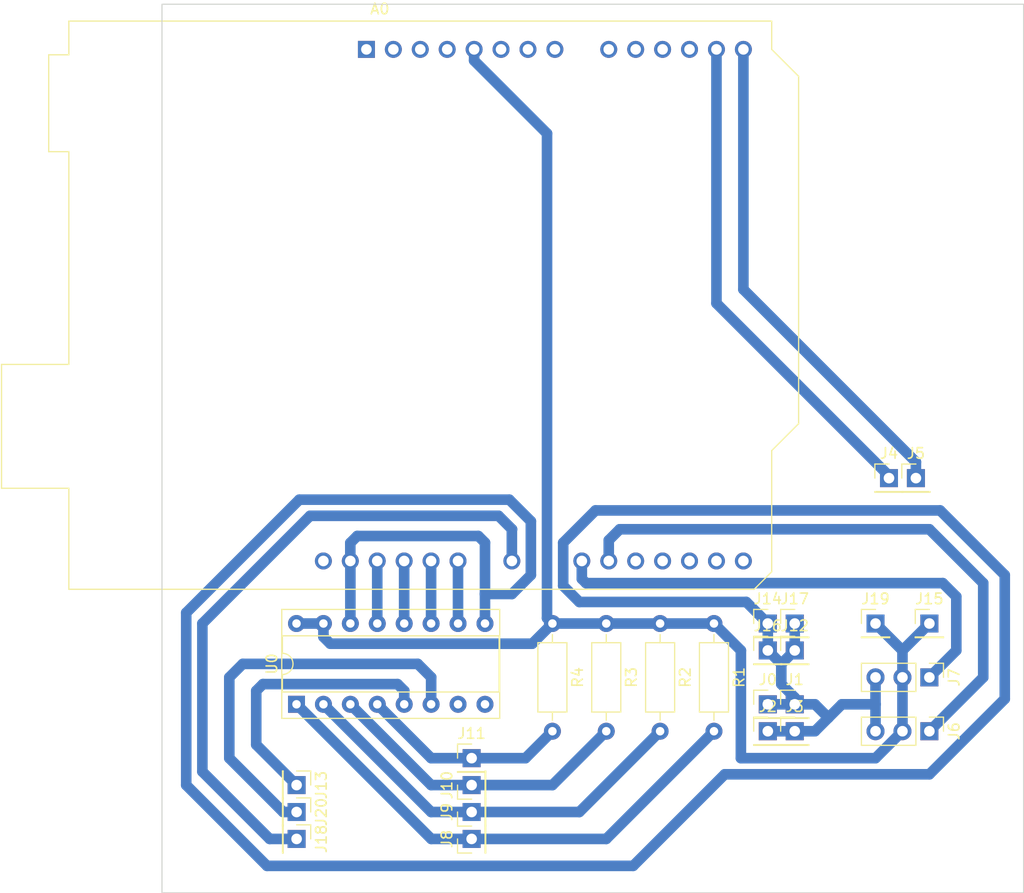
<source format=kicad_pcb>
(kicad_pcb (version 20211014) (generator pcbnew)
  (layers (0 "F.Cu" signal) (31 "B.Cu" signal) (34 "B.Paste" user) (35 "F.Paste" user) (36 "B.SilkS" user "B.Silkscreen") (37 "F.SilkS" user "F.Silkscreen") (38 "B.Mask" user) (39 "F.Mask" user) (44 "Edge.Cuts" user))
  (net 0 "")
  (net 5 "Net-(A0-Pad5)")
  (net 13 "Net-(A0-Pad13)")
  (net 14 "Net-(A0-Pad14)")
  (net 20 "Net-(A0-Pad20)")
  (net 21 "Net-(A0-Pad21)")
  (net 22 "Net-(A0-Pad23)")
  (net 23 "Net-(A0-Pad25)")
  (net 24 "Net-(A0-Pad26)")
  (net 25 "Net-(A0-Pad27)")
  (net 26 "Net-(A0-Pad28)")
  (net 27 "Net-(A0-Pad29)")
  (net 29 "Net-(J8-Pad1)")
  (net 30 "Net-(J9-Pad1)")
  (net 31 "Net-(J10-Pad1)")
  (net 32 "Net-(J11-Pad1)")
  (net 33 "Net-(J13-Pad1)")
  (net 34 "Net-(J20-Pad1)")
  (footprint "Connector_PinHeader_2.54mm:PinHeader_1x01_P2.54mm_Vertical" (layer "F.Cu") (at 177.8 114.3)
    (fp_text reference "J15" (at 0 -2.33) (layer "F.SilkS"))
    (fp_text value "Dspl Vcc")
    (fp_line (start -1.33 1.27) (end 1.33 1.27) (layer "F.SilkS") (width 0.12))
    (fp_line (start 1.33 1.27) (end 1.33 1.33) (layer "F.SilkS") (width 0.12))
    (fp_line (start -1.33 0) (end -1.33 -1.33) (layer "F.SilkS") (width 0.12))
    (fp_line (start -1.33 1.27) (end -1.33 1.33) (layer "F.SilkS") (width 0.12))
    (fp_line (start -1.33 -1.33) (end 0 -1.33) (layer "F.SilkS") (width 0.12))
    (fp_line (start -1.33 1.33) (end 1.33 1.33) (layer "F.SilkS") (width 0.12))
    (pad "1" thru_hole rect (at 0 0) (size 1.7 1.7) (drill 1) (layers *.Cu *.Mask) (net 5 "Net-(A0-Pad5)"))
  )
  (footprint "Connector_PinHeader_2.54mm:PinHeader_1x01_P2.54mm_Vertical" (layer "F.Cu") (at 162.56 121.92)
    (fp_text reference "J0" (at 0 -2.33) (layer "F.SilkS"))
    (fp_text value "LDR0")
    (fp_line (start -1.33 1.27) (end 1.33 1.27) (layer "F.SilkS") (width 0.12))
    (fp_line (start -1.33 1.33) (end 1.33 1.33) (layer "F.SilkS") (width 0.12))
    (fp_line (start 1.33 1.27) (end 1.33 1.33) (layer "F.SilkS") (width 0.12))
    (fp_line (start -1.33 -1.33) (end 0 -1.33) (layer "F.SilkS") (width 0.12))
    (fp_line (start -1.33 0) (end -1.33 -1.33) (layer "F.SilkS") (width 0.12))
    (fp_line (start -1.33 1.27) (end -1.33 1.33) (layer "F.SilkS") (width 0.12))
    (pad "1" thru_hole rect (at 0 0) (size 1.7 1.7) (drill 1) (layers *.Cu *.Mask) (net 27 "Net-(A0-Pad29)"))
  )
  (footprint "Connector_PinHeader_2.54mm:PinHeader_1x01_P2.54mm_Vertical" (layer "F.Cu") (at 165.1 121.92)
    (fp_text reference "J1" (at 0 -2.33) (layer "F.SilkS"))
    (fp_text value "LDR1")
    (fp_line (start -1.33 0) (end -1.33 -1.33) (layer "F.SilkS") (width 0.12))
    (fp_line (start -1.33 -1.33) (end 0 -1.33) (layer "F.SilkS") (width 0.12))
    (fp_line (start -1.33 1.27) (end -1.33 1.33) (layer "F.SilkS") (width 0.12))
    (fp_line (start -1.33 1.33) (end 1.33 1.33) (layer "F.SilkS") (width 0.12))
    (fp_line (start 1.33 1.27) (end 1.33 1.33) (layer "F.SilkS") (width 0.12))
    (fp_line (start -1.33 1.27) (end 1.33 1.27) (layer "F.SilkS") (width 0.12))
    (pad "1" thru_hole rect (at 0 0) (size 1.7 1.7) (drill 1) (layers *.Cu *.Mask) (net 27 "Net-(A0-Pad29)"))
  )
  (footprint "Resistor_THT:R_Axial_DIN0207_L6.3mm_D2.5mm_P10.16mm_Horizontal" (layer "F.Cu") (at 142.24 114.3 -90)
    (fp_text reference "R4" (at 5.08 -2.37 90) (layer "F.SilkS"))
    (fp_text value "10k")
    (fp_line (start 1.81 -1.37) (end 1.81 1.37) (layer "F.SilkS") (width 0.12))
    (fp_line (start 9.12 0) (end 8.35 0) (layer "F.SilkS") (width 0.12))
    (fp_line (start 8.35 1.37) (end 8.35 -1.37) (layer "F.SilkS") (width 0.12))
    (fp_line (start 8.35 -1.37) (end 1.81 -1.37) (layer "F.SilkS") (width 0.12))
    (fp_line (start 1.04 0) (end 1.81 0) (layer "F.SilkS") (width 0.12))
    (fp_line (start 1.81 1.37) (end 8.35 1.37) (layer "F.SilkS") (width 0.12))
    (pad "1" thru_hole circle (at 0 0 270) (size 1.6 1.6) (drill 0.8) (layers *.Cu *.Mask) (net 5 "Net-(A0-Pad5)"))
    (pad "2" thru_hole oval (at 10.16 0 270) (size 1.6 1.6) (drill 0.8) (layers *.Cu *.Mask) (net 32 "Net-(J11-Pad1)"))
  )
  (footprint "Resistor_THT:R_Axial_DIN0207_L6.3mm_D2.5mm_P10.16mm_Horizontal" (layer "F.Cu") (at 157.48 114.3 -90)
    (fp_text reference "R1" (at 5.08 -2.37 90) (layer "F.SilkS"))
    (fp_text value "10k")
    (fp_line (start 1.81 1.37) (end 8.35 1.37) (layer "F.SilkS") (width 0.12))
    (fp_line (start 9.12 0) (end 8.35 0) (layer "F.SilkS") (width 0.12))
    (fp_line (start 8.35 -1.37) (end 1.81 -1.37) (layer "F.SilkS") (width 0.12))
    (fp_line (start 1.81 -1.37) (end 1.81 1.37) (layer "F.SilkS") (width 0.12))
    (fp_line (start 1.04 0) (end 1.81 0) (layer "F.SilkS") (width 0.12))
    (fp_line (start 8.35 1.37) (end 8.35 -1.37) (layer "F.SilkS") (width 0.12))
    (pad "1" thru_hole circle (at 0 0 270) (size 1.6 1.6) (drill 0.8) (layers *.Cu *.Mask) (net 5 "Net-(A0-Pad5)"))
    (pad "2" thru_hole oval (at 10.16 0 270) (size 1.6 1.6) (drill 0.8) (layers *.Cu *.Mask) (net 29 "Net-(J8-Pad1)"))
  )
  (footprint "Connector_PinHeader_2.54mm:PinHeader_1x01_P2.54mm_Vertical" (layer "F.Cu") (at 172.72 114.3)
    (fp_text reference "J19" (at 0 -2.33) (layer "F.SilkS"))
    (fp_text value "Poti 5V")
    (fp_line (start 1.33 1.27) (end 1.33 1.33) (layer "F.SilkS") (width 0.12))
    (fp_line (start -1.33 1.27) (end 1.33 1.27) (layer "F.SilkS") (width 0.12))
    (fp_line (start -1.33 1.27) (end -1.33 1.33) (layer "F.SilkS") (width 0.12))
    (fp_line (start -1.33 0) (end -1.33 -1.33) (layer "F.SilkS") (width 0.12))
    (fp_line (start -1.33 -1.33) (end 0 -1.33) (layer "F.SilkS") (width 0.12))
    (fp_line (start -1.33 1.33) (end 1.33 1.33) (layer "F.SilkS") (width 0.12))
    (pad "1" thru_hole rect (at 0 0) (size 1.7 1.7) (drill 1) (layers *.Cu *.Mask) (net 5 "Net-(A0-Pad5)"))
  )
  (footprint "Connector_PinHeader_2.54mm:PinHeader_1x01_P2.54mm_Vertical" (layer "F.Cu") (at 134.62 129.54 90)
    (fp_text reference "J10" (at 0 -2.33 90) (layer "F.SilkS"))
    (fp_text value "LDR2")
    (fp_line (start -1.33 1.27) (end -1.33 1.33) (layer "F.SilkS") (width 0.12))
    (fp_line (start -1.33 -1.33) (end 0 -1.33) (layer "F.SilkS") (width 0.12))
    (fp_line (start 1.33 1.27) (end 1.33 1.33) (layer "F.SilkS") (width 0.12))
    (fp_line (start -1.33 0) (end -1.33 -1.33) (layer "F.SilkS") (width 0.12))
    (fp_line (start -1.33 1.27) (end 1.33 1.27) (layer "F.SilkS") (width 0.12))
    (fp_line (start -1.33 1.33) (end 1.33 1.33) (layer "F.SilkS") (width 0.12))
    (pad "1" thru_hole rect (at 0 0 90) (size 1.7 1.7) (drill 1) (layers *.Cu *.Mask) (net 31 "Net-(J10-Pad1)"))
  )
  (footprint "Connector_PinHeader_2.54mm:PinHeader_1x01_P2.54mm_Vertical" (layer "F.Cu") (at 165.1 124.46)
    (fp_text reference "J3" (at 0 -2.33) (layer "F.SilkS"))
    (fp_text value "LDR3")
    (fp_line (start -1.33 1.27) (end -1.33 1.33) (layer "F.SilkS") (width 0.12))
    (fp_line (start -1.33 1.33) (end 1.33 1.33) (layer "F.SilkS") (width 0.12))
    (fp_line (start -1.33 0) (end -1.33 -1.33) (layer "F.SilkS") (width 0.12))
    (fp_line (start -1.33 -1.33) (end 0 -1.33) (layer "F.SilkS") (width 0.12))
    (fp_line (start 1.33 1.27) (end 1.33 1.33) (layer "F.SilkS") (width 0.12))
    (fp_line (start -1.33 1.27) (end 1.33 1.27) (layer "F.SilkS") (width 0.12))
    (pad "1" thru_hole rect (at 0 0) (size 1.7 1.7) (drill 1) (layers *.Cu *.Mask) (net 27 "Net-(A0-Pad29)"))
  )
  (footprint "Package_DIP:DIP-16_W7.62mm_Socket" (layer "F.Cu") (at 118.1 121.92 90)
    (fp_text reference "U0" (at 3.81 -2.33 90) (layer "F.SilkS"))
    (fp_text value "MCP3008")
    (fp_line (start 2.81 -1.33) (end 1.16 -1.33) (layer "F.SilkS") (width 0.12))
    (fp_line (start -1.33 -1.39) (end -1.33 19.17) (layer "F.SilkS") (width 0.12))
    (fp_line (start 6.46 -1.33) (end 4.81 -1.33) (layer "F.SilkS") (width 0.12))
    (fp_line (start 8.95 19.17) (end 8.95 -1.39) (layer "F.SilkS") (width 0.12))
    (fp_line (start 8.95 -1.39) (end -1.33 -1.39) (layer "F.SilkS") (width 0.12))
    (fp_line (start -1.33 19.17) (end 8.95 19.17) (layer "F.SilkS") (width 0.12))
    (fp_line (start 1.16 -1.33) (end 1.16 19.11) (layer "F.SilkS") (width 0.12))
    (fp_line (start 6.46 19.11) (end 6.46 -1.33) (layer "F.SilkS") (width 0.12))
    (fp_line (start 1.16 19.11) (end 6.46 19.11) (layer "F.SilkS") (width 0.12))
    (fp_arc (start 4.81 -1.33) (mid 3.81 -0.33) (end 2.81 -1.33) (layer "F.SilkS") (width 0.12))
    (pad "1" thru_hole rect (at 0 0 90) (size 1.6 1.6) (drill 0.8) (layers *.Cu *.Mask) (net 29 "Net-(J8-Pad1)"))
    (pad "2" thru_hole oval (at 0 2.54 90) (size 1.6 1.6) (drill 0.8) (layers *.Cu *.Mask) (net 30 "Net-(J9-Pad1)"))
    (pad "3" thru_hole oval (at 0 5.08 90) (size 1.6 1.6) (drill 0.8) (layers *.Cu *.Mask) (net 31 "Net-(J10-Pad1)"))
    (pad "4" thru_hole oval (at 0 7.62 90) (size 1.6 1.6) (drill 0.8) (layers *.Cu *.Mask) (net 32 "Net-(J11-Pad1)"))
    (pad "5" thru_hole oval (at 0 10.16 90) (size 1.6 1.6) (drill 0.8) (layers *.Cu *.Mask) (net 33 "Net-(J13-Pad1)"))
    (pad "6" thru_hole oval (at 0 12.7 90) (size 1.6 1.6) (drill 0.8) (layers *.Cu *.Mask) (net 34 "Net-(J20-Pad1)"))
    (pad "7" thru_hole oval (at 0 15.24 90) (size 1.6 1.6) (drill 0.8) (layers *.Cu *.Mask))
    (pad "8" thru_hole oval (at 0 17.78 90) (size 1.6 1.6) (drill 0.8) (layers *.Cu *.Mask))
    (pad "9" thru_hole oval (at 7.62 17.78 90) (size 1.6 1.6) (drill 0.8) (layers *.Cu *.Mask) (net 27 "Net-(A0-Pad29)"))
    (pad "10" thru_hole oval (at 7.62 15.24 90) (size 1.6 1.6) (drill 0.8) (layers *.Cu *.Mask) (net 23 "Net-(A0-Pad25)"))
    (pad "11" thru_hole oval (at 7.62 12.7 90) (size 1.6 1.6) (drill 0.8) (layers *.Cu *.Mask) (net 24 "Net-(A0-Pad26)"))
    (pad "12" thru_hole oval (at 7.62 10.16 90) (size 1.6 1.6) (drill 0.8) (layers *.Cu *.Mask) (net 25 "Net-(A0-Pad27)"))
    (pad "13" thru_hole oval (at 7.62 7.62 90) (size 1.6 1.6) (drill 0.8) (layers *.Cu *.Mask) (net 26 "Net-(A0-Pad28)"))
    (pad "14" thru_hole oval (at 7.62 5.08 90) (size 1.6 1.6) (drill 0.8) (layers *.Cu *.Mask) (net 27 "Net-(A0-Pad29)"))
    (pad "15" thru_hole oval (at 7.62 2.54 90) (size 1.6 1.6) (drill 0.8) (layers *.Cu *.Mask) (net 5 "Net-(A0-Pad5)"))
    (pad "16" thru_hole oval (at 7.62 0 90) (size 1.6 1.6) (drill 0.8) (layers *.Cu *.Mask) (net 5 "Net-(A0-Pad5)"))
  )
  (footprint "Connector_PinHeader_2.54mm:PinHeader_1x01_P2.54mm_Vertical" (layer "F.Cu") (at 118.11 134.62 -90)
    (fp_text reference "J18" (at 0 -2.33 90) (layer "F.SilkS"))
    (fp_text value "Mode Button")
    (fp_line (start -1.33 0) (end -1.33 -1.33) (layer "F.SilkS") (width 0.12))
    (fp_line (start -1.33 -1.33) (end 0 -1.33) (layer "F.SilkS") (width 0.12))
    (fp_line (start -1.33 1.27) (end 1.33 1.27) (layer "F.SilkS") (width 0.12))
    (fp_line (start -1.33 1.33) (end 1.33 1.33) (layer "F.SilkS") (width 0.12))
    (fp_line (start -1.33 1.27) (end -1.33 1.33) (layer "F.SilkS") (width 0.12))
    (fp_line (start 1.33 1.27) (end 1.33 1.33) (layer "F.SilkS") (width 0.12))
    (pad "1" thru_hole rect (at 0 0 270) (size 1.7 1.7) (drill 1) (layers *.Cu *.Mask) (net 22 "Net-(A0-Pad23)"))
  )
  (footprint "Connector_PinHeader_2.54mm:PinHeader_1x01_P2.54mm_Vertical" (layer "F.Cu") (at 173.99 100.584)
    (fp_text reference "J4" (at 0 -2.33) (layer "F.SilkS"))
    (fp_text value "Dspl SDA")
    (fp_line (start -1.33 1.27) (end -1.33 1.33) (layer "F.SilkS") (width 0.12))
    (fp_line (start -1.33 0) (end -1.33 -1.33) (layer "F.SilkS") (width 0.12))
    (fp_line (start -1.33 1.33) (end 1.33 1.33) (layer "F.SilkS") (width 0.12))
    (fp_line (start -1.33 -1.33) (end 0 -1.33) (layer "F.SilkS") (width 0.12))
    (fp_line (start 1.33 1.27) (end 1.33 1.33) (layer "F.SilkS") (width 0.12))
    (fp_line (start -1.33 1.27) (end 1.33 1.27) (layer "F.SilkS") (width 0.12))
    (pad "1" thru_hole rect (at 0 0) (size 1.7 1.7) (drill 1) (layers *.Cu *.Mask) (net 13 "Net-(A0-Pad13)"))
  )
  (footprint "Connector_PinHeader_2.54mm:PinHeader_1x03_P2.54mm_Vertical" (layer "F.Cu") (at 177.8 124.46 -90)
    (fp_text reference "J6" (at 0 -2.33 90) (layer "F.SilkS"))
    (fp_text value "Srv0")
    (fp_line (start -1.33 0) (end -1.33 -1.33) (layer "F.SilkS") (width 0.12))
    (fp_line (start -1.33 1.27) (end -1.33 6.41) (layer "F.SilkS") (width 0.12))
    (fp_line (start -1.33 6.41) (end 1.33 6.41) (layer "F.SilkS") (width 0.12))
    (fp_line (start 1.33 1.27) (end 1.33 6.41) (layer "F.SilkS") (width 0.12))
    (fp_line (start -1.33 1.27) (end 1.33 1.27) (layer "F.SilkS") (width 0.12))
    (fp_line (start -1.33 -1.33) (end 0 -1.33) (layer "F.SilkS") (width 0.12))
    (pad "1" thru_hole rect (at 0 0 270) (size 1.7 1.7) (drill 1) (layers *.Cu *.Mask) (net 20 "Net-(A0-Pad20)"))
    (pad "2" thru_hole oval (at 0 2.54 270) (size 1.7 1.7) (drill 1) (layers *.Cu *.Mask) (net 5 "Net-(A0-Pad5)"))
    (pad "3" thru_hole oval (at 0 5.08 270) (size 1.7 1.7) (drill 1) (layers *.Cu *.Mask) (net 27 "Net-(A0-Pad29)"))
  )
  (footprint "Resistor_THT:R_Axial_DIN0207_L6.3mm_D2.5mm_P10.16mm_Horizontal" (layer "F.Cu") (at 147.32 114.3 -90)
    (fp_text reference "R3" (at 5.08 -2.37 90) (layer "F.SilkS"))
    (fp_text value "10k")
    (fp_line (start 9.12 0) (end 8.35 0) (layer "F.SilkS") (width 0.12))
    (fp_line (start 1.81 1.37) (end 8.35 1.37) (layer "F.SilkS") (width 0.12))
    (fp_line (start 1.81 -1.37) (end 1.81 1.37) (layer "F.SilkS") (width 0.12))
    (fp_line (start 8.35 1.37) (end 8.35 -1.37) (layer "F.SilkS") (width 0.12))
    (fp_line (start 1.04 0) (end 1.81 0) (layer "F.SilkS") (width 0.12))
    (fp_line (start 8.35 -1.37) (end 1.81 -1.37) (layer "F.SilkS") (width 0.12))
    (pad "1" thru_hole circle (at 0 0 270) (size 1.6 1.6) (drill 0.8) (layers *.Cu *.Mask) (net 5 "Net-(A0-Pad5)"))
    (pad "2" thru_hole oval (at 10.16 0 270) (size 1.6 1.6) (drill 0.8) (layers *.Cu *.Mask) (net 31 "Net-(J10-Pad1)"))
  )
  (footprint "Module:Arduino_UNO_R2" (layer "F.Cu") (at 124.695 60.14)
    (fp_text reference "A0" (at 1.27 -3.81 180) (layer "F.SilkS"))
    (fp_text value "Arduino_UNO_R2")
    (fp_line (start -34.42 29.72) (end -34.42 41.4) (layer "F.SilkS") (width 0.12))
    (fp_line (start -29.97 0.51) (end -29.97 9.65) (layer "F.SilkS") (width 0.12))
    (fp_line (start 38.23 -2.67) (end -28.07 -2.67) (layer "F.SilkS") (width 0.12))
    (fp_line (start 40.77 2.54) (end 38.23 0) (layer "F.SilkS") (width 0.12))
    (fp_line (start -28.07 9.65) (end -28.07 29.72) (layer "F.SilkS") (width 0.12))
    (fp_line (start -34.42 41.4) (end -28.07 41.4) (layer "F.SilkS") (width 0.12))
    (fp_line (start -28.07 -2.67) (end -28.07 0.51) (layer "F.SilkS") (width 0.12))
    (fp_line (start 38.23 0) (end 38.23 -2.67) (layer "F.SilkS") (width 0.12))
    (fp_line (start 38.23 37.85) (end 40.77 35.31) (layer "F.SilkS") (width 0.12))
    (fp_line (start -28.07 29.72) (end -34.42 29.72) (layer "F.SilkS") (width 0.12))
    (fp_line (start 40.77 35.31) (end 40.77 2.54) (layer "F.SilkS") (width 0.12))
    (fp_line (start -28.07 50.93) (end 36.58 50.93) (layer "F.SilkS") (width 0.12))
    (fp_line (start 38.23 49.28) (end 38.23 37.85) (layer "F.SilkS") (width 0.12))
    (fp_line (start -29.97 9.65) (end -28.07 9.65) (layer "F.SilkS") (width 0.12))
    (fp_line (start -28.07 41.4) (end -28.07 50.93) (layer "F.SilkS") (width 0.12))
    (fp_line (start 36.58 50.93) (end 38.23 49.28) (layer "F.SilkS") (width 0.12))
    (fp_line (start -28.07 0.51) (end -29.97 0.51) (layer "F.SilkS") (width 0.12))
    (pad "1" thru_hole rect (at 0 0 90) (size 1.6 1.6) (drill 1) (layers *.Cu *.Mask))
    (pad "2" thru_hole oval (at 2.54 0 90) (size 1.6 1.6) (drill 1) (layers *.Cu *.Mask))
    (pad "3" thru_hole oval (at 5.08 0 90) (size 1.6 1.6) (drill 1) (layers *.Cu *.Mask))
    (pad "4" thru_hole oval (at 7.62 0 90) (size 1.6 1.6) (drill 1) (layers *.Cu *.Mask))
    (pad "5" thru_hole oval (at 10.16 0 90) (size 1.6 1.6) (drill 1) (layers *.Cu *.Mask) (net 5 "Net-(A0-Pad5)"))
    (pad "6" thru_hole oval (at 12.7 0 90) (size 1.6 1.6) (drill 1) (layers *.Cu *.Mask))
    (pad "7" thru_hole oval (at 15.24 0 90) (size 1.6 1.6) (drill 1) (layers *.Cu *.Mask))
    (pad "8" thru_hole oval (at 17.78 0 90) (size 1.6 1.6) (drill 1) (layers *.Cu *.Mask))
    (pad "9" thru_hole oval (at 22.86 0 90) (size 1.6 1.6) (drill 1) (layers *.Cu *.Mask))
    (pad "10" thru_hole oval (at 25.4 0 90) (size 1.6 1.6) (drill 1) (layers *.Cu *.Mask))
    (pad "11" thru_hole oval (at 27.94 0 90) (size 1.6 1.6) (drill 1) (layers *.Cu *.Mask))
    (pad "12" thru_hole oval (at 30.48 0 90) (size 1.6 1.6) (drill 1) (layers *.Cu *.Mask))
    (pad "13" thru_hole oval (at 33.02 0 90) (size 1.6 1.6) (drill 1) (layers *.Cu *.Mask) (net 13 "Net-(A0-Pad13)"))
    (pad "14" thru_hole oval (at 35.56 0 90) (size 1.6 1.6) (drill 1) (layers *.Cu *.Mask) (net 14 "Net-(A0-Pad14)"))
    (pad "15" thru_hole oval (at 35.56 48.26 90) (size 1.6 1.6) (drill 1) (layers *.Cu *.Mask))
    (pad "16" thru_hole oval (at 33.02 48.26 90) (size 1.6 1.6) (drill 1) (layers *.Cu *.Mask))
    (pad "17" thru_hole oval (at 30.48 48.26 90) (size 1.6 1.6) (drill 1) (layers *.Cu *.Mask))
    (pad "18" thru_hole oval (at 27.94 48.26 90) (size 1.6 1.6) (drill 1) (layers *.Cu *.Mask))
    (pad "19" thru_hole oval (at 25.4 48.26 90) (size 1.6 1.6) (drill 1) (layers *.Cu *.Mask))
    (pad "20" thru_hole oval (at 22.86 48.26 90) (size 1.6 1.6) (drill 1) (layers *.Cu *.Mask) (net 20 "Net-(A0-Pad20)"))
    (pad "21" thru_hole oval (at 20.32 48.26 90) (size 1.6 1.6) (drill 1) (layers *.Cu *.Mask) (net 21 "Net-(A0-Pad21)"))
    (pad "23" thru_hole oval (at 13.72 48.26 90) (size 1.6 1.6) (drill 1) (layers *.Cu *.Mask) (net 22 "Net-(A0-Pad23)"))
    (pad "25" thru_hole oval (at 8.64 48.26 90) (size 1.6 1.6) (drill 1) (layers *.Cu *.Mask) (net 23 "Net-(A0-Pad25)"))
    (pad "26" thru_hole oval (at 6.1 48.26 90) (size 1.6 1.6) (drill 1) (layers *.Cu *.Mask) (net 24 "Net-(A0-Pad26)"))
    (pad "27" thru_hole oval (at 3.56 48.26 90) (size 1.6 1.6) (drill 1) (layers *.Cu *.Mask) (net 25 "Net-(A0-Pad27)"))
    (pad "28" thru_hole oval (at 1.02 48.26 90) (size 1.6 1.6) (drill 1) (layers *.Cu *.Mask) (net 26 "Net-(A0-Pad28)"))
    (pad "29" thru_hole oval (at -1.52 48.26 90) (size 1.6 1.6) (drill 1) (layers *.Cu *.Mask) (net 27 "Net-(A0-Pad29)"))
    (pad "30" thru_hole oval (at -4.06 48.26 90) (size 1.6 1.6) (drill 1) (layers *.Cu *.Mask))
  )
  (footprint "Connector_PinHeader_2.54mm:PinHeader_1x01_P2.54mm_Vertical" (layer "F.Cu") (at 134.62 127)
    (fp_text reference "J11" (at 0 -2.33) (layer "F.SilkS"))
    (fp_text value "LDR3")
    (fp_line (start -1.33 1.27) (end 1.33 1.27) (layer "F.SilkS") (width 0.12))
    (fp_line (start 1.33 1.27) (end 1.33 1.33) (layer "F.SilkS") (width 0.12))
    (fp_line (start -1.33 1.33) (end 1.33 1.33) (layer "F.SilkS") (width 0.12))
    (fp_line (start -1.33 0) (end -1.33 -1.33) (layer "F.SilkS") (width 0.12))
    (fp_line (start -1.33 -1.33) (end 0 -1.33) (layer "F.SilkS") (width 0.12))
    (fp_line (start -1.33 1.27) (end -1.33 1.33) (layer "F.SilkS") (width 0.12))
    (pad "1" thru_hole rect (at 0 0) (size 1.7 1.7) (drill 1) (layers *.Cu *.Mask) (net 32 "Net-(J11-Pad1)"))
  )
  (footprint "Connector_PinHeader_2.54mm:PinHeader_1x01_P2.54mm_Vertical" (layer "F.Cu") (at 118.11 129.54 -90)
    (fp_text reference "J13" (at 0 -2.33 90) (layer "F.SilkS"))
    (fp_text value "V_solar")
    (fp_line (start 1.33 1.27) (end 1.33 1.33) (layer "F.SilkS") (width 0.12))
    (fp_line (start -1.33 1.33) (end 1.33 1.33) (layer "F.SilkS") (width 0.12))
    (fp_line (start -1.33 0) (end -1.33 -1.33) (layer "F.SilkS") (width 0.12))
    (fp_line (start -1.33 1.27) (end 1.33 1.27) (layer "F.SilkS") (width 0.12))
    (fp_line (start -1.33 -1.33) (end 0 -1.33) (layer "F.SilkS") (width 0.12))
    (fp_line (start -1.33 1.27) (end -1.33 1.33) (layer "F.SilkS") (width 0.12))
    (pad "1" thru_hole rect (at 0 0 270) (size 1.7 1.7) (drill 1) (layers *.Cu *.Mask) (net 33 "Net-(J13-Pad1)"))
  )
  (footprint "Connector_PinHeader_2.54mm:PinHeader_1x01_P2.54mm_Vertical" (layer "F.Cu") (at 134.62 134.62 90)
    (fp_text reference "J8" (at 0 -2.33 90) (layer "F.SilkS"))
    (fp_text value "LDR0")
    (fp_line (start -1.33 0) (end -1.33 -1.33) (layer "F.SilkS") (width 0.12))
    (fp_line (start -1.33 -1.33) (end 0 -1.33) (layer "F.SilkS") (width 0.12))
    (fp_line (start -1.33 1.27) (end -1.33 1.33) (layer "F.SilkS") (width 0.12))
    (fp_line (start -1.33 1.27) (end 1.33 1.27) (layer "F.SilkS") (width 0.12))
    (fp_line (start -1.33 1.33) (end 1.33 1.33) (layer "F.SilkS") (width 0.12))
    (fp_line (start 1.33 1.27) (end 1.33 1.33) (layer "F.SilkS") (width 0.12))
    (pad "1" thru_hole rect (at 0 0 90) (size 1.7 1.7) (drill 1) (layers *.Cu *.Mask) (net 29 "Net-(J8-Pad1)"))
  )
  (footprint "Connector_PinHeader_2.54mm:PinHeader_1x01_P2.54mm_Vertical" (layer "F.Cu") (at 162.56 124.46)
    (fp_text reference "J2" (at 0 -2.33) (layer "F.SilkS"))
    (fp_text value "LDR2")
    (fp_line (start -1.33 -1.33) (end 0 -1.33) (layer "F.SilkS") (width 0.12))
    (fp_line (start -1.33 1.27) (end -1.33 1.33) (layer "F.SilkS") (width 0.12))
    (fp_line (start 1.33 1.27) (end 1.33 1.33) (layer "F.SilkS") (width 0.12))
    (fp_line (start -1.33 1.27) (end 1.33 1.27) (layer "F.SilkS") (width 0.12))
    (fp_line (start -1.33 1.33) (end 1.33 1.33) (layer "F.SilkS") (width 0.12))
    (fp_line (start -1.33 0) (end -1.33 -1.33) (layer "F.SilkS") (width 0.12))
    (pad "1" thru_hole rect (at 0 0) (size 1.7 1.7) (drill 1) (layers *.Cu *.Mask) (net 27 "Net-(A0-Pad29)"))
  )
  (footprint "Connector_PinHeader_2.54mm:PinHeader_1x01_P2.54mm_Vertical" (layer "F.Cu") (at 165.1 114.3)
    (fp_text reference "J17" (at 0 -2.33) (layer "F.SilkS"))
    (fp_text value "Poti GND")
    (fp_line (start -1.33 1.27) (end -1.33 1.33) (layer "F.SilkS") (width 0.12))
    (fp_line (start -1.33 -1.33) (end 0 -1.33) (layer "F.SilkS") (width 0.12))
    (fp_line (start -1.33 0) (end -1.33 -1.33) (layer "F.SilkS") (width 0.12))
    (fp_line (start -1.33 1.33) (end 1.33 1.33) (layer "F.SilkS") (width 0.12))
    (fp_line (start 1.33 1.27) (end 1.33 1.33) (layer "F.SilkS") (width 0.12))
    (fp_line (start -1.33 1.27) (end 1.33 1.27) (layer "F.SilkS") (width 0.12))
    (pad "1" thru_hole rect (at 0 0) (size 1.7 1.7) (drill 1) (layers *.Cu *.Mask) (net 27 "Net-(A0-Pad29)"))
  )
  (footprint "Resistor_THT:R_Axial_DIN0207_L6.3mm_D2.5mm_P10.16mm_Horizontal" (layer "F.Cu") (at 152.4 114.3 -90)
    (fp_text reference "R2" (at 5.08 -2.37 90) (layer "F.SilkS"))
    (fp_text value "10k")
    (fp_line (start 9.12 0) (end 8.35 0) (layer "F.SilkS") (width 0.12))
    (fp_line (start 1.81 -1.37) (end 1.81 1.37) (layer "F.SilkS") (width 0.12))
    (fp_line (start 1.81 1.37) (end 8.35 1.37) (layer "F.SilkS") (width 0.12))
    (fp_line (start 8.35 1.37) (end 8.35 -1.37) (layer "F.SilkS") (width 0.12))
    (fp_line (start 1.04 0) (end 1.81 0) (layer "F.SilkS") (width 0.12))
    (fp_line (start 8.35 -1.37) (end 1.81 -1.37) (layer "F.SilkS") (width 0.12))
    (pad "1" thru_hole circle (at 0 0 270) (size 1.6 1.6) (drill 0.8) (layers *.Cu *.Mask) (net 5 "Net-(A0-Pad5)"))
    (pad "2" thru_hole oval (at 10.16 0 270) (size 1.6 1.6) (drill 0.8) (layers *.Cu *.Mask) (net 30 "Net-(J9-Pad1)"))
  )
  (footprint "Connector_PinHeader_2.54mm:PinHeader_1x01_P2.54mm_Vertical" (layer "F.Cu") (at 118.11 132.08 -90)
    (fp_text reference "J20" (at 0 -2.33 90) (layer "F.SilkS"))
    (fp_text value "Poti")
    (fp_line (start -1.33 1.27) (end 1.33 1.27) (layer "F.SilkS") (width 0.12))
    (fp_line (start -1.33 0) (end -1.33 -1.33) (layer "F.SilkS") (width 0.12))
    (fp_line (start -1.33 1.27) (end -1.33 1.33) (layer "F.SilkS") (width 0.12))
    (fp_line (start 1.33 1.27) (end 1.33 1.33) (layer "F.SilkS") (width 0.12))
    (fp_line (start -1.33 1.33) (end 1.33 1.33) (layer "F.SilkS") (width 0.12))
    (fp_line (start -1.33 -1.33) (end 0 -1.33) (layer "F.SilkS") (width 0.12))
    (pad "1" thru_hole rect (at 0 0 270) (size 1.7 1.7) (drill 1) (layers *.Cu *.Mask) (net 34 "Net-(J20-Pad1)"))
  )
  (footprint "Connector_PinHeader_2.54mm:PinHeader_1x01_P2.54mm_Vertical" (layer "F.Cu") (at 162.56 116.84)
    (fp_text reference "J16" (at 0 -2.33) (layer "F.SilkS"))
    (fp_text value "Mode Button GND")
    (fp_line (start -1.33 1.33) (end 1.33 1.33) (layer "F.SilkS") (width 0.12))
    (fp_line (start -1.33 1.27) (end -1.33 1.33) (layer "F.SilkS") (width 0.12))
    (fp_line (start -1.33 -1.33) (end 0 -1.33) (layer "F.SilkS") (width 0.12))
    (fp_line (start -1.33 1.27) (end 1.33 1.27) (layer "F.SilkS") (width 0.12))
    (fp_line (start 1.33 1.27) (end 1.33 1.33) (layer "F.SilkS") (width 0.12))
    (fp_line (start -1.33 0) (end -1.33 -1.33) (layer "F.SilkS") (width 0.12))
    (pad "1" thru_hole rect (at 0 0) (size 1.7 1.7) (drill 1) (layers *.Cu *.Mask) (net 27 "Net-(A0-Pad29)"))
  )
  (footprint "Connector_PinHeader_2.54mm:PinHeader_1x03_P2.54mm_Vertical" (layer "F.Cu") (at 177.8 119.38 -90)
    (fp_text reference "J7" (at 0 -2.33 90) (layer "F.SilkS"))
    (fp_text value "Srv1")
    (fp_line (start -1.33 0) (end -1.33 -1.33) (layer "F.SilkS") (width 0.12))
    (fp_line (start -1.33 1.27) (end -1.33 6.41) (layer "F.SilkS") (width 0.12))
    (fp_line (start -1.33 1.27) (end 1.33 1.27) (layer "F.SilkS") (width 0.12))
    (fp_line (start 1.33 1.27) (end 1.33 6.41) (layer "F.SilkS") (width 0.12))
    (fp_line (start -1.33 6.41) (end 1.33 6.41) (layer "F.SilkS") (width 0.12))
    (fp_line (start -1.33 -1.33) (end 0 -1.33) (layer "F.SilkS") (width 0.12))
    (pad "1" thru_hole rect (at 0 0 270) (size 1.7 1.7) (drill 1) (layers *.Cu *.Mask) (net 21 "Net-(A0-Pad21)"))
    (pad "2" thru_hole oval (at 0 2.54 270) (size 1.7 1.7) (drill 1) (layers *.Cu *.Mask) (net 5 "Net-(A0-Pad5)"))
    (pad "3" thru_hole oval (at 0 5.08 270) (size 1.7 1.7) (drill 1) (layers *.Cu *.Mask) (net 27 "Net-(A0-Pad29)"))
  )
  (footprint "Connector_PinHeader_2.54mm:PinHeader_1x01_P2.54mm_Vertical" (layer "F.Cu") (at 134.62 132.08 90)
    (fp_text reference "J9" (at 0 -2.33 90) (layer "F.SilkS"))
    (fp_text value "LDR1")
    (fp_line (start -1.33 0) (end -1.33 -1.33) (layer "F.SilkS") (width 0.12))
    (fp_line (start -1.33 -1.33) (end 0 -1.33) (layer "F.SilkS") (width 0.12))
    (fp_line (start 1.33 1.27) (end 1.33 1.33) (layer "F.SilkS") (width 0.12))
    (fp_line (start -1.33 1.27) (end -1.33 1.33) (layer "F.SilkS") (width 0.12))
    (fp_line (start -1.33 1.27) (end 1.33 1.27) (layer "F.SilkS") (width 0.12))
    (fp_line (start -1.33 1.33) (end 1.33 1.33) (layer "F.SilkS") (width 0.12))
    (pad "1" thru_hole rect (at 0 0 90) (size 1.7 1.7) (drill 1) (layers *.Cu *.Mask) (net 30 "Net-(J9-Pad1)"))
  )
  (footprint "Connector_PinHeader_2.54mm:PinHeader_1x01_P2.54mm_Vertical" (layer "F.Cu") (at 162.56 114.3)
    (fp_text reference "J14" (at 0 -2.33) (layer "F.SilkS"))
    (fp_text value "Dspl GND")
    (fp_line (start 1.33 1.27) (end 1.33 1.33) (layer "F.SilkS") (width 0.12))
    (fp_line (start -1.33 -1.33) (end 0 -1.33) (layer "F.SilkS") (width 0.12))
    (fp_line (start -1.33 1.33) (end 1.33 1.33) (layer "F.SilkS") (width 0.12))
    (fp_line (start -1.33 0) (end -1.33 -1.33) (layer "F.SilkS") (width 0.12))
    (fp_line (start -1.33 1.27) (end -1.33 1.33) (layer "F.SilkS") (width 0.12))
    (fp_line (start -1.33 1.27) (end 1.33 1.27) (layer "F.SilkS") (width 0.12))
    (pad "1" thru_hole rect (at 0 0) (size 1.7 1.7) (drill 1) (layers *.Cu *.Mask) (net 27 "Net-(A0-Pad29)"))
  )
  (footprint "Connector_PinHeader_2.54mm:PinHeader_1x01_P2.54mm_Vertical" (layer "F.Cu") (at 165.1 116.84)
    (fp_text reference "J12" (at 0 -2.33) (layer "F.SilkS"))
    (fp_text value "V_solar")
    (fp_line (start -1.33 1.33) (end 1.33 1.33) (layer "F.SilkS") (width 0.12))
    (fp_line (start -1.33 1.27) (end 1.33 1.27) (layer "F.SilkS") (width 0.12))
    (fp_line (start 1.33 1.27) (end 1.33 1.33) (layer "F.SilkS") (width 0.12))
    (fp_line (start -1.33 -1.33) (end 0 -1.33) (layer "F.SilkS") (width 0.12))
    (fp_line (start -1.33 1.27) (end -1.33 1.33) (layer "F.SilkS") (width 0.12))
    (fp_line (start -1.33 0) (end -1.33 -1.33) (layer "F.SilkS") (width 0.12))
    (pad "1" thru_hole rect (at 0 0) (size 1.7 1.7) (drill 1) (layers *.Cu *.Mask) (net 27 "Net-(A0-Pad29)"))
  )
  (footprint "Connector_PinHeader_2.54mm:PinHeader_1x01_P2.54mm_Vertical" (layer "F.Cu") (at 176.53 100.584)
    (fp_text reference "J5" (at 0 -2.33) (layer "F.SilkS"))
    (fp_text value "Dspl SCL")
    (fp_line (start -1.33 -1.33) (end 0 -1.33) (layer "F.SilkS") (width 0.12))
    (fp_line (start -1.33 1.27) (end 1.33 1.27) (layer "F.SilkS") (width 0.12))
    (fp_line (start -1.33 1.27) (end -1.33 1.33) (layer "F.SilkS") (width 0.12))
    (fp_line (start -1.33 1.33) (end 1.33 1.33) (layer "F.SilkS") (width 0.12))
    (fp_line (start -1.33 0) (end -1.33 -1.33) (layer "F.SilkS") (width 0.12))
    (fp_line (start 1.33 1.27) (end 1.33 1.33) (layer "F.SilkS") (width 0.12))
    (pad "1" thru_hole rect (at 0 0) (size 1.7 1.7) (drill 1) (layers *.Cu *.Mask) (net 14 "Net-(A0-Pad14)"))
  )
  (gr_rect (start 105.41 139.7) (end 186.69 55.88) (layer "Edge.Cuts") (width 0.1) (fill none))
  (segment (start 175.26 119.38) (end 175.26 124.46) (width 1) (layer "B.Cu") (net 5))
  (segment (start 157.48 114.3) (end 160.02 116.84) (width 1) (layer "B.Cu") (net 5))
  (segment (start 121.285 116.205) (end 140.335 116.205) (width 1) (layer "B.Cu") (net 5))
  (segment (start 147.32 114.3) (end 152.4 114.3) (width 1) (layer "B.Cu") (net 5))
  (segment (start 177.8 114.3) (end 175.26 116.84) (width 1) (layer "B.Cu") (net 5))
  (segment (start 118.1 114.3) (end 120.64 114.3) (width 1) (layer "B.Cu") (net 5))
  (segment (start 160.02 127) (end 172.72 127) (width 1) (layer "B.Cu") (net 5))
  (segment (start 175.26 116.84) (end 175.26 119.38) (width 1) (layer "B.Cu") (net 5))
  (segment (start 120.64 115.56) (end 121.285 116.205) (width 1) (layer "B.Cu") (net 5))
  (segment (start 172.72 127) (end 175.26 124.46) (width 1) (layer "B.Cu") (net 5))
  (segment (start 120.64 114.3) (end 120.64 115.56) (width 1) (layer "B.Cu") (net 5))
  (segment (start 160.02 116.84) (end 160.02 127) (width 1) (layer "B.Cu") (net 5))
  (segment (start 140.335 116.205) (end 142.24 114.3) (width 1) (layer "B.Cu") (net 5))
  (segment (start 172.72 114.3) (end 175.26 116.84) (width 1) (layer "B.Cu") (net 5))
  (segment (start 141.732 68.072) (end 141.732 113.792) (width 1) (layer "B.Cu") (net 5))
  (segment (start 134.855 61.195) (end 141.732 68.072) (width 1) (layer "B.Cu") (net 5))
  (segment (start 134.855 60.14) (end 134.855 61.195) (width 1) (layer "B.Cu") (net 5))
  (segment (start 152.4 114.3) (end 157.48 114.3) (width 1) (layer "B.Cu") (net 5))
  (segment (start 142.24 114.3) (end 147.32 114.3) (width 1) (layer "B.Cu") (net 5))
  (segment (start 141.732 113.792) (end 142.24 114.3) (width 1) (layer "B.Cu") (net 5))
  (segment (start 173.99 100.584) (end 173.99 100.368) (width 1) (layer "B.Cu") (net 13))
  (segment (start 173.99 100.368) (end 157.715 84.093) (width 1) (layer "B.Cu") (net 13))
  (segment (start 157.715 60.14) (end 157.715 84.093) (width 1) (layer "B.Cu") (net 13))
  (segment (start 160.255 82.785) (end 160.255 60.14) (width 1) (layer "B.Cu") (net 14))
  (segment (start 176.53 99.06) (end 160.255 82.785) (width 1) (layer "B.Cu") (net 14))
  (segment (start 176.53 99.06) (end 176.53 100.584) (width 1) (layer "B.Cu") (net 14))
  (segment (start 182.88 119.38) (end 177.8 124.46) (width 1) (layer "B.Cu") (net 20))
  (segment (start 148.59 105.41) (end 177.8 105.41) (width 1) (layer "B.Cu") (net 20))
  (segment (start 147.555 106.445) (end 148.59 105.41) (width 1) (layer "B.Cu") (net 20))
  (segment (start 177.8 105.41) (end 182.88 110.49) (width 1) (layer "B.Cu") (net 20))
  (segment (start 147.555 108.4) (end 147.555 106.445) (width 1) (layer "B.Cu") (net 20))
  (segment (start 182.88 110.49) (end 182.88 119.38) (width 1) (layer "B.Cu") (net 20))
  (segment (start 145.015 110.09) (end 145.415 110.49) (width 1) (layer "B.Cu") (net 21))
  (segment (start 145.015 108.4) (end 145.015 110.09) (width 1) (layer "B.Cu") (net 21))
  (segment (start 179.07 110.49) (end 180.34 111.76) (width 1) (layer "B.Cu") (net 21))
  (segment (start 180.34 111.76) (end 180.34 116.84) (width 1) (layer "B.Cu") (net 21))
  (segment (start 180.34 116.84) (end 177.8 119.38) (width 1) (layer "B.Cu") (net 21))
  (segment (start 145.415 110.49) (end 179.07 110.49) (width 1) (layer "B.Cu") (net 21))
  (segment (start 137.16 104.14) (end 138.43 105.41) (width 1) (layer "B.Cu") (net 22))
  (segment (start 109.22 128.27) (end 109.22 114.3) (width 1) (layer "B.Cu") (net 22))
  (segment (start 118.11 134.62) (end 115.57 134.62) (width 1) (layer "B.Cu") (net 22))
  (segment (start 115.57 134.62) (end 109.22 128.27) (width 1) (layer "B.Cu") (net 22))
  (segment (start 138.415 105.425) (end 138.415 108.4) (width 1) (layer "B.Cu") (net 22))
  (segment (start 119.38 104.14) (end 137.16 104.14) (width 1) (layer "B.Cu") (net 22))
  (segment (start 109.22 114.3) (end 119.38 104.14) (width 1) (layer "B.Cu") (net 22))
  (segment (start 138.43 105.41) (end 138.415 105.425) (width 1) (layer "B.Cu") (net 22))
  (segment (start 133.335 114.295) (end 133.34 114.3) (width 1) (layer "B.Cu") (net 23))
  (segment (start 133.335 108.4) (end 133.335 114.295) (width 1) (layer "B.Cu") (net 23))
  (segment (start 130.795 114.295) (end 130.8 114.3) (width 1) (layer "B.Cu") (net 24))
  (segment (start 130.795 108.4) (end 130.795 114.295) (width 1) (layer "B.Cu") (net 24))
  (segment (start 128.255 114.295) (end 128.26 114.3) (width 1) (layer "B.Cu") (net 25))
  (segment (start 128.255 108.4) (end 128.255 114.295) (width 1) (layer "B.Cu") (net 25))
  (segment (start 125.715 114.295) (end 125.72 114.3) (width 1) (layer "B.Cu") (net 26))
  (segment (start 125.715 108.4) (end 125.715 114.295) (width 1) (layer "B.Cu") (net 26))
  (segment (start 172.72 121.92) (end 169.545 121.92) (width 1) (layer "B.Cu") (net 27))
  (segment (start 149.86 137.16) (end 158.496 128.524) (width 1) (layer "B.Cu") (net 27))
  (segment (start 123.18 114.3) (end 123.18 108.405) (width 1) (layer "B.Cu") (net 27))
  (segment (start 163.83 120.015) (end 163.83 118.11) (width 1) (layer "B.Cu") (net 27))
  (segment (start 163.83 118.11) (end 162.56 116.84) (width 1) (layer "B.Cu") (net 27))
  (segment (start 169.545 121.92) (end 168.275 123.19) (width 1) (layer "B.Cu") (net 27))
  (segment (start 160.528 112.268) (end 162.56 114.3) (width 1) (layer "B.Cu") (net 27))
  (segment (start 165.1 121.92) (end 162.56 121.92) (width 1) (layer "B.Cu") (net 27))
  (segment (start 178.816 103.632) (end 146.304 103.632) (width 1) (layer "B.Cu") (net 27))
  (segment (start 143.256 110.744) (end 144.78 112.268) (width 1) (layer "B.Cu") (net 27))
  (segment (start 143.256 106.68) (end 143.256 110.744) (width 1) (layer "B.Cu") (net 27))
  (segment (start 167.005 124.46) (end 165.1 124.46) (width 1) (layer "B.Cu") (net 27))
  (segment (start 138.42 111.516) (end 140.208 109.728) (width 1) (layer "B.Cu") (net 27))
  (segment (start 107.696 129.54) (end 115.316 137.16) (width 1) (layer "B.Cu") (net 27))
  (segment (start 158.496 128.524) (end 177.8 128.524) (width 1) (layer "B.Cu") (net 27))
  (segment (start 162.56 114.3) (end 162.56 116.84) (width 1) (layer "B.Cu") (net 27))
  (segment (start 177.8 128.524) (end 184.912 121.412) (width 1) (layer "B.Cu") (net 27))
  (segment (start 165.1 121.92) (end 165.1 121.285) (width 1) (layer "B.Cu") (net 27))
  (segment (start 135.255 106.045) (end 123.825 106.045) (width 1) (layer "B.Cu") (net 27))
  (segment (start 118.364 102.616) (end 107.696 113.284) (width 1) (layer "B.Cu") (net 27))
  (segment (start 165.1 124.46) (end 162.56 124.46) (width 1) (layer "B.Cu") (net 27))
  (segment (start 123.825 106.045) (end 123.175 106.695) (width 1) (layer "B.Cu") (net 27))
  (segment (start 165.1 116.84) (end 163.83 118.11) (width 1) (layer "B.Cu") (net 27))
  (segment (start 184.912 121.412) (end 184.912 109.728) (width 1) (layer "B.Cu") (net 27))
  (segment (start 140.208 109.728) (end 140.208 104.648) (width 1) (layer "B.Cu") (net 27))
  (segment (start 135.88 106.67) (end 135.255 106.045) (width 1) (layer "B.Cu") (net 27))
  (segment (start 167.005 121.92) (end 165.1 121.92) (width 1) (layer "B.Cu") (net 27))
  (segment (start 115.316 137.16) (end 149.86 137.16) (width 1) (layer "B.Cu") (net 27))
  (segment (start 168.275 123.19) (end 167.005 124.46) (width 1) (layer "B.Cu") (net 27))
  (segment (start 165.1 121.285) (end 163.83 120.015) (width 1) (layer "B.Cu") (net 27))
  (segment (start 146.304 103.632) (end 143.256 106.68) (width 1) (layer "B.Cu") (net 27))
  (segment (start 165.1 114.3) (end 165.1 116.84) (width 1) (layer "B.Cu") (net 27))
  (segment (start 135.88 111.516) (end 135.88 106.67) (width 1) (layer "B.Cu") (net 27))
  (segment (start 123.18 108.405) (end 123.175 108.4) (width 1) (layer "B.Cu") (net 27))
  (segment (start 168.275 123.19) (end 167.005 121.92) (width 1) (layer "B.Cu") (net 27))
  (segment (start 144.78 112.268) (end 160.528 112.268) (width 1) (layer "B.Cu") (net 27))
  (segment (start 184.912 109.728) (end 178.816 103.632) (width 1) (layer "B.Cu") (net 27))
  (segment (start 135.88 114.3) (end 135.88 111.516) (width 1) (layer "B.Cu") (net 27))
  (segment (start 135.88 111.516) (end 138.42 111.516) (width 1) (layer "B.Cu") (net 27))
  (segment (start 140.208 104.648) (end 138.176 102.616) (width 1) (layer "B.Cu") (net 27))
  (segment (start 138.176 102.616) (end 118.364 102.616) (width 1) (layer "B.Cu") (net 27))
  (segment (start 172.72 121.92) (end 172.72 119.38) (width 1) (layer "B.Cu") (net 27))
  (segment (start 123.175 106.695) (end 123.175 108.4) (width 1) (layer "B.Cu") (net 27))
  (segment (start 172.72 124.46) (end 172.72 121.92) (width 1) (layer "B.Cu") (net 27))
  (segment (start 107.696 113.284) (end 107.696 129.54) (width 1) (layer "B.Cu") (net 27))
  (segment (start 130.81 134.62) (end 134.62 134.62) (width 1) (layer "B.Cu") (net 29))
  (segment (start 118.11 121.92) (end 130.81 134.62) (width 1) (layer "B.Cu") (net 29))
  (segment (start 134.62 134.62) (end 147.32 134.62) (width 1) (layer "B.Cu") (net 29))
  (segment (start 118.1 121.92) (end 118.11 121.92) (width 1) (layer "B.Cu") (net 29))
  (segment (start 147.32 134.62) (end 157.48 124.46) (width 1) (layer "B.Cu") (net 29))
  (segment (start 144.78 132.08) (end 134.62 132.08) (width 1) (layer "B.Cu") (net 30))
  (segment (start 152.4 124.46) (end 144.78 132.08) (width 1) (layer "B.Cu") (net 30))
  (segment (start 134.62 132.08) (end 130.8 132.08) (width 1) (layer "B.Cu") (net 30))
  (segment (start 130.8 132.08) (end 120.64 121.92) (width 1) (layer "B.Cu") (net 30))
  (segment (start 123.18 121.92) (end 130.8 129.54) (width 1) (layer "B.Cu") (net 31))
  (segment (start 130.8 129.54) (end 134.62 129.54) (width 1) (layer "B.Cu") (net 31))
  (segment (start 142.24 129.54) (end 147.32 124.46) (width 1) (layer "B.Cu") (net 31))
  (segment (start 134.62 129.54) (end 142.24 129.54) (width 1) (layer "B.Cu") (net 31))
  (segment (start 125.72 121.92) (end 130.8 127) (width 1) (layer "B.Cu") (net 32))
  (segment (start 130.8 127) (end 134.62 127) (width 1) (layer "B.Cu") (net 32))
  (segment (start 142.24 124.46) (end 139.7 127) (width 1) (layer "B.Cu") (net 32))
  (segment (start 139.7 127) (end 134.62 127) (width 1) (layer "B.Cu") (net 32))
  (segment (start 114.3 120.65) (end 114.935 120.015) (width 1) (layer "B.Cu") (net 33))
  (segment (start 114.3 125.73) (end 114.3 120.65) (width 1) (layer "B.Cu") (net 33))
  (segment (start 128.26 120.66) (end 128.26 121.92) (width 1) (layer "B.Cu") (net 33))
  (segment (start 127.635 120.015) (end 128.27 120.65) (width 1) (layer "B.Cu") (net 33))
  (segment (start 128.27 120.65) (end 128.26 120.66) (width 1) (layer "B.Cu") (net 33))
  (segment (start 114.935 120.015) (end 127.635 120.015) (width 1) (layer "B.Cu") (net 33))
  (segment (start 118.11 129.54) (end 114.3 125.73) (width 1) (layer "B.Cu") (net 33))
  (segment (start 116.84 132.08) (end 118.11 132.08) (width 1) (layer "B.Cu") (net 34))
  (segment (start 111.76 127) (end 116.84 132.08) (width 1) (layer "B.Cu") (net 34))
  (segment (start 130.81 119.38) (end 129.54 118.11) (width 1) (layer "B.Cu") (net 34))
  (segment (start 129.54 118.11) (end 113.03 118.11) (width 1) (layer "B.Cu") (net 34))
  (segment (start 130.8 121.92) (end 130.8 119.39) (width 1) (layer "B.Cu") (net 34))
  (segment (start 130.8 119.39) (end 130.81 119.38) (width 1) (layer "B.Cu") (net 34))
  (segment (start 111.76 119.38) (end 111.76 127) (width 1) (layer "B.Cu") (net 34))
  (segment (start 113.03 118.11) (end 111.76 119.38) (width 1) (layer "B.Cu") (net 34))
)
</source>
